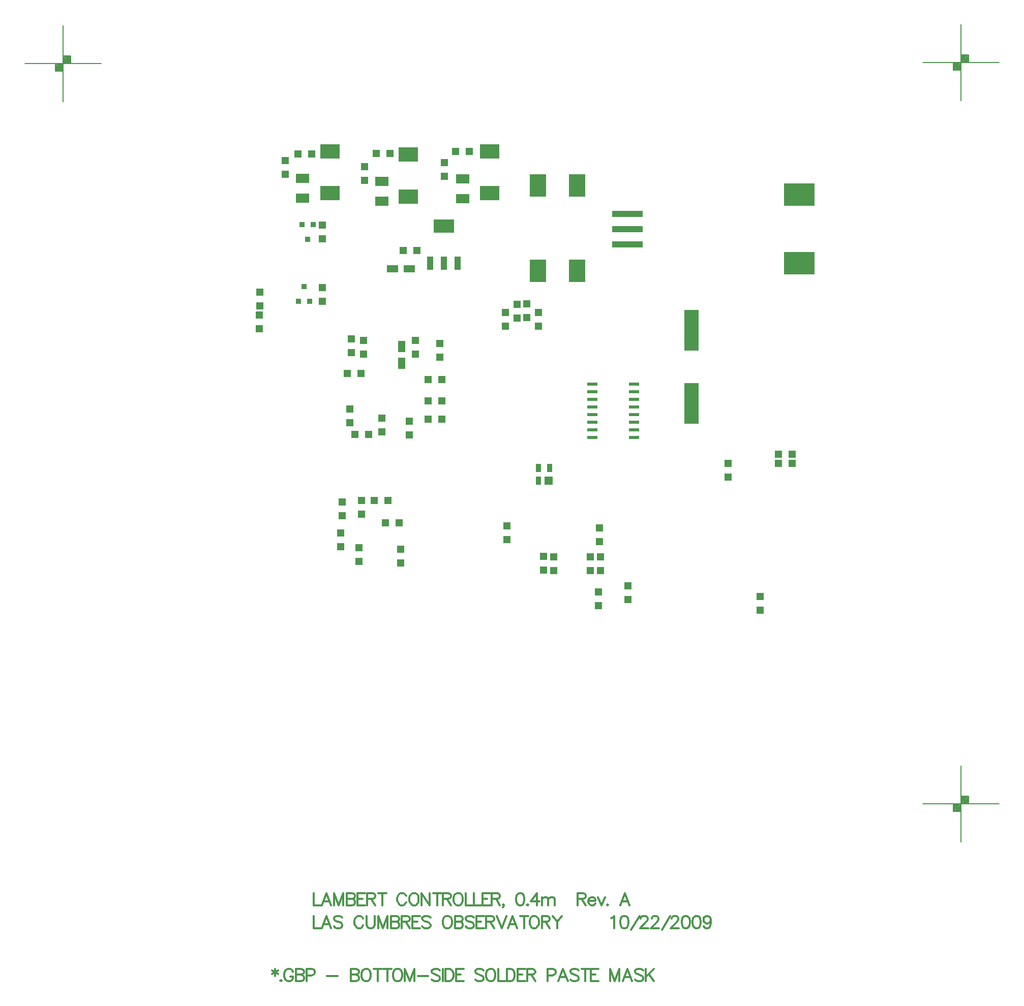
<source format=gbp>
%FSLAX23Y23*%
%MOIN*%
G70*
G01*
G75*
G04 Layer_Color=128*
%ADD10R,0.050X0.050*%
%ADD11R,0.035X0.053*%
%ADD12R,0.053X0.053*%
%ADD13R,0.050X0.050*%
%ADD14R,0.070X0.135*%
%ADD15O,0.087X0.024*%
%ADD16R,0.135X0.070*%
%ADD17R,0.030X0.125*%
%ADD18R,0.078X0.048*%
%ADD19R,0.067X0.040*%
%ADD20R,0.037X0.035*%
%ADD21R,0.037X0.035*%
%ADD22R,0.065X0.012*%
%ADD23R,0.065X0.024*%
%ADD24R,0.075X0.063*%
%ADD25R,0.063X0.106*%
%ADD26R,0.150X0.110*%
%ADD27O,0.028X0.018*%
%ADD28R,0.067X0.067*%
%ADD29R,0.125X0.170*%
%ADD30R,0.110X0.030*%
%ADD31R,0.067X0.014*%
%ADD32O,0.083X0.012*%
%ADD33O,0.012X0.083*%
%ADD34R,0.138X0.085*%
%ADD35R,0.043X0.085*%
%ADD36R,0.043X0.085*%
%ADD37R,0.047X0.055*%
%ADD38O,0.012X0.071*%
%ADD39O,0.071X0.012*%
%ADD40R,0.075X0.059*%
%ADD41R,0.017X0.017*%
%ADD42R,0.134X0.134*%
%ADD43O,0.010X0.035*%
%ADD44O,0.035X0.010*%
%ADD45C,0.005*%
%ADD46C,0.010*%
%ADD47C,0.040*%
%ADD48C,0.020*%
%ADD49C,0.012*%
%ADD50C,0.008*%
%ADD51C,0.012*%
%ADD52C,0.012*%
%ADD53C,0.120*%
%ADD54C,0.060*%
%ADD55C,0.079*%
%ADD56C,0.087*%
%ADD57C,0.020*%
%ADD58C,0.059*%
%ADD59R,0.059X0.059*%
%ADD60C,0.080*%
%ADD61R,0.080X0.080*%
%ADD62C,0.157*%
%ADD63C,0.047*%
%ADD64R,0.087X0.087*%
%ADD65C,0.250*%
%ADD66R,0.062X0.062*%
%ADD67C,0.062*%
%ADD68C,0.030*%
%ADD69C,0.024*%
%ADD70C,0.028*%
%ADD71C,0.090*%
%ADD72C,0.050*%
%ADD73C,0.130*%
%ADD74C,0.103*%
%ADD75C,0.071*%
%ADD76C,0.030*%
%ADD77C,0.055*%
G04:AMPARAMS|DCode=78|XSize=100mil|YSize=100mil|CornerRadius=0mil|HoleSize=0mil|Usage=FLASHONLY|Rotation=0.000|XOffset=0mil|YOffset=0mil|HoleType=Round|Shape=Relief|Width=10mil|Gap=10mil|Entries=4|*
%AMTHD78*
7,0,0,0.100,0.080,0.010,45*
%
%ADD78THD78*%
%ADD79C,0.111*%
%ADD80C,0.056*%
%ADD81C,0.147*%
%ADD82C,0.044*%
%ADD83C,0.059*%
%ADD84C,0.048*%
%ADD85C,0.067*%
%ADD86C,0.140*%
%ADD87C,0.055*%
%ADD88C,0.036*%
G04:AMPARAMS|DCode=89|XSize=70mil|YSize=70mil|CornerRadius=0mil|HoleSize=0mil|Usage=FLASHONLY|Rotation=0.000|XOffset=0mil|YOffset=0mil|HoleType=Round|Shape=Relief|Width=10mil|Gap=10mil|Entries=4|*
%AMTHD89*
7,0,0,0.070,0.050,0.010,45*
%
%ADD89THD89*%
%ADD90C,0.033*%
G04:AMPARAMS|DCode=91|XSize=90mil|YSize=90mil|CornerRadius=0mil|HoleSize=0mil|Usage=FLASHONLY|Rotation=0.000|XOffset=0mil|YOffset=0mil|HoleType=Round|Shape=Relief|Width=10mil|Gap=10mil|Entries=4|*
%AMTHD91*
7,0,0,0.090,0.070,0.010,45*
%
%ADD91THD91*%
G04:AMPARAMS|DCode=92|XSize=111.181mil|YSize=111.181mil|CornerRadius=0mil|HoleSize=0mil|Usage=FLASHONLY|Rotation=0.000|XOffset=0mil|YOffset=0mil|HoleType=Round|Shape=Relief|Width=10mil|Gap=10mil|Entries=4|*
%AMTHD92*
7,0,0,0.111,0.091,0.010,45*
%
%ADD92THD92*%
G04:AMPARAMS|DCode=93|XSize=95.433mil|YSize=95.433mil|CornerRadius=0mil|HoleSize=0mil|Usage=FLASHONLY|Rotation=0.000|XOffset=0mil|YOffset=0mil|HoleType=Round|Shape=Relief|Width=10mil|Gap=10mil|Entries=4|*
%AMTHD93*
7,0,0,0.095,0.075,0.010,45*
%
%ADD93THD93*%
G04:AMPARAMS|DCode=94|XSize=150.551mil|YSize=150.551mil|CornerRadius=0mil|HoleSize=0mil|Usage=FLASHONLY|Rotation=0.000|XOffset=0mil|YOffset=0mil|HoleType=Round|Shape=Relief|Width=10mil|Gap=10mil|Entries=4|*
%AMTHD94*
7,0,0,0.151,0.131,0.010,45*
%
%ADD94THD94*%
G04:AMPARAMS|DCode=95|XSize=96.221mil|YSize=96.221mil|CornerRadius=0mil|HoleSize=0mil|Usage=FLASHONLY|Rotation=0.000|XOffset=0mil|YOffset=0mil|HoleType=Round|Shape=Relief|Width=10mil|Gap=10mil|Entries=4|*
%AMTHD95*
7,0,0,0.096,0.076,0.010,45*
%
%ADD95THD95*%
G04:AMPARAMS|DCode=96|XSize=107.244mil|YSize=107.244mil|CornerRadius=0mil|HoleSize=0mil|Usage=FLASHONLY|Rotation=0.000|XOffset=0mil|YOffset=0mil|HoleType=Round|Shape=Relief|Width=10mil|Gap=10mil|Entries=4|*
%AMTHD96*
7,0,0,0.107,0.087,0.010,45*
%
%ADD96THD96*%
G04:AMPARAMS|DCode=97|XSize=180mil|YSize=180mil|CornerRadius=0mil|HoleSize=0mil|Usage=FLASHONLY|Rotation=0.000|XOffset=0mil|YOffset=0mil|HoleType=Round|Shape=Relief|Width=10mil|Gap=10mil|Entries=4|*
%AMTHD97*
7,0,0,0.180,0.160,0.010,45*
%
%ADD97THD97*%
G04:AMPARAMS|DCode=98|XSize=95mil|YSize=95mil|CornerRadius=0mil|HoleSize=0mil|Usage=FLASHONLY|Rotation=0.000|XOffset=0mil|YOffset=0mil|HoleType=Round|Shape=Relief|Width=10mil|Gap=10mil|Entries=4|*
%AMTHD98*
7,0,0,0.095,0.075,0.010,45*
%
%ADD98THD98*%
G04:AMPARAMS|DCode=99|XSize=75.748mil|YSize=75.748mil|CornerRadius=0mil|HoleSize=0mil|Usage=FLASHONLY|Rotation=0.000|XOffset=0mil|YOffset=0mil|HoleType=Round|Shape=Relief|Width=10mil|Gap=10mil|Entries=4|*
%AMTHD99*
7,0,0,0.076,0.056,0.010,45*
%
%ADD99THD99*%
G04:AMPARAMS|DCode=100|XSize=73mil|YSize=73mil|CornerRadius=0mil|HoleSize=0mil|Usage=FLASHONLY|Rotation=0.000|XOffset=0mil|YOffset=0mil|HoleType=Round|Shape=Relief|Width=10mil|Gap=10mil|Entries=4|*
%AMTHD100*
7,0,0,0.073,0.053,0.010,45*
%
%ADD100THD100*%
%ADD101R,0.048X0.078*%
%ADD102R,0.200X0.040*%
%ADD103R,0.200X0.150*%
%ADD104R,0.106X0.150*%
%ADD105R,0.086X0.060*%
%ADD106R,0.130X0.094*%
%ADD107R,0.098X0.268*%
%ADD108R,0.035X0.037*%
%ADD109R,0.035X0.037*%
%ADD110C,0.010*%
%ADD111C,0.010*%
%ADD112C,0.007*%
%ADD113C,0.008*%
%ADD114C,0.024*%
%ADD115C,0.012*%
%ADD116C,0.012*%
%ADD117R,0.280X0.130*%
%ADD118R,0.054X0.054*%
%ADD119R,0.039X0.057*%
%ADD120R,0.057X0.057*%
%ADD121R,0.054X0.054*%
%ADD122R,0.074X0.139*%
%ADD123O,0.091X0.028*%
%ADD124R,0.139X0.074*%
%ADD125R,0.034X0.129*%
%ADD126R,0.082X0.052*%
%ADD127R,0.071X0.044*%
%ADD128R,0.041X0.039*%
%ADD129R,0.041X0.039*%
%ADD130R,0.069X0.016*%
%ADD131R,0.069X0.028*%
%ADD132R,0.079X0.067*%
%ADD133R,0.067X0.110*%
%ADD134R,0.154X0.114*%
%ADD135O,0.032X0.022*%
%ADD136R,0.071X0.071*%
%ADD137R,0.129X0.174*%
%ADD138R,0.114X0.034*%
%ADD139R,0.071X0.018*%
%ADD140O,0.087X0.016*%
%ADD141O,0.016X0.087*%
%ADD142R,0.142X0.089*%
%ADD143R,0.047X0.089*%
%ADD144R,0.047X0.089*%
%ADD145R,0.051X0.059*%
%ADD146O,0.016X0.075*%
%ADD147O,0.075X0.016*%
%ADD148R,0.079X0.063*%
%ADD149R,0.021X0.021*%
%ADD150R,0.138X0.138*%
%ADD151O,0.014X0.039*%
%ADD152O,0.039X0.014*%
%ADD153C,0.124*%
%ADD154C,0.064*%
%ADD155C,0.083*%
%ADD156C,0.091*%
%ADD157C,0.063*%
%ADD158R,0.063X0.063*%
%ADD159C,0.084*%
%ADD160R,0.084X0.084*%
%ADD161C,0.161*%
%ADD162R,0.004X0.004*%
%ADD163C,0.004*%
%ADD164C,0.051*%
%ADD165R,0.091X0.091*%
%ADD166C,0.254*%
%ADD167R,0.066X0.066*%
%ADD168C,0.066*%
%ADD169C,0.034*%
%ADD170C,0.032*%
%ADD171R,0.052X0.082*%
%ADD172R,0.204X0.044*%
%ADD173R,0.204X0.154*%
%ADD174R,0.110X0.154*%
%ADD175R,0.090X0.064*%
%ADD176R,0.134X0.098*%
%ADD177R,0.102X0.272*%
%ADD178R,0.039X0.041*%
%ADD179R,0.039X0.041*%
D10*
X19852Y10757D02*
D03*
Y10667D02*
D03*
X19739Y10968D02*
D03*
Y11058D02*
D03*
X20123Y10748D02*
D03*
Y10658D02*
D03*
X19729Y10853D02*
D03*
Y10763D02*
D03*
X19867Y10977D02*
D03*
Y11067D02*
D03*
X19368Y13205D02*
D03*
Y13295D02*
D03*
X20179Y11585D02*
D03*
Y11495D02*
D03*
X19789Y11665D02*
D03*
Y11575D02*
D03*
X19999Y11605D02*
D03*
Y11515D02*
D03*
X20379Y12005D02*
D03*
Y12095D02*
D03*
X20219Y12025D02*
D03*
Y12115D02*
D03*
X19879Y12025D02*
D03*
Y12115D02*
D03*
X19799Y12125D02*
D03*
Y12035D02*
D03*
X19888Y13257D02*
D03*
Y13167D02*
D03*
X20409Y13282D02*
D03*
Y13192D02*
D03*
X19199Y12433D02*
D03*
Y12343D02*
D03*
X19198Y12194D02*
D03*
Y12284D02*
D03*
X21028Y12300D02*
D03*
Y12210D02*
D03*
X20951Y12265D02*
D03*
Y12355D02*
D03*
X20886Y12263D02*
D03*
Y12353D02*
D03*
X19609Y12782D02*
D03*
Y12872D02*
D03*
X19611Y12464D02*
D03*
Y12374D02*
D03*
X20810Y12300D02*
D03*
Y12210D02*
D03*
X22271Y11310D02*
D03*
Y11220D02*
D03*
X21368Y10608D02*
D03*
Y10698D02*
D03*
X21433Y10608D02*
D03*
Y10698D02*
D03*
X21613Y10417D02*
D03*
Y10507D02*
D03*
X21127Y10608D02*
D03*
Y10698D02*
D03*
X21060Y10609D02*
D03*
Y10699D02*
D03*
X22479Y10436D02*
D03*
Y10346D02*
D03*
X21428Y10888D02*
D03*
Y10798D02*
D03*
X20820Y10901D02*
D03*
Y10811D02*
D03*
X21422Y10465D02*
D03*
Y10375D02*
D03*
D11*
X21028Y11195D02*
D03*
Y11281D02*
D03*
X21102D02*
D03*
D12*
X21095Y11195D02*
D03*
D13*
X20025Y10920D02*
D03*
X20115D02*
D03*
X19952Y11067D02*
D03*
X20042D02*
D03*
X20304Y11860D02*
D03*
X20394D02*
D03*
X20304Y11720D02*
D03*
X20394D02*
D03*
X20304Y11600D02*
D03*
X20394D02*
D03*
X19914Y11500D02*
D03*
X19824D02*
D03*
X19864Y11900D02*
D03*
X19774D02*
D03*
X20231Y12705D02*
D03*
X20141D02*
D03*
X20484Y13355D02*
D03*
X20574D02*
D03*
X19451Y13340D02*
D03*
X19541D02*
D03*
X19963Y13344D02*
D03*
X20053D02*
D03*
X22690Y11370D02*
D03*
X22600D02*
D03*
X22690Y11309D02*
D03*
X22600D02*
D03*
D18*
X20071Y12585D02*
D03*
X20181D02*
D03*
D23*
X21653Y11829D02*
D03*
Y11779D02*
D03*
Y11729D02*
D03*
Y11679D02*
D03*
Y11629D02*
D03*
Y11579D02*
D03*
Y11529D02*
D03*
Y11479D02*
D03*
X21380Y11829D02*
D03*
Y11779D02*
D03*
Y11729D02*
D03*
Y11679D02*
D03*
Y11629D02*
D03*
Y11579D02*
D03*
Y11529D02*
D03*
Y11479D02*
D03*
D34*
X20406Y12867D02*
D03*
D35*
X20316Y12623D02*
D03*
X20497D02*
D03*
D36*
X20406D02*
D03*
D50*
X17886Y13902D02*
Y13912D01*
X17881Y13902D02*
X17891D01*
Y13912D01*
X17881D02*
X17891D01*
X17881Y13902D02*
Y13912D01*
Y13897D02*
X17896D01*
Y13917D01*
X17876D02*
X17896D01*
X17876Y13897D02*
Y13917D01*
Y13892D02*
X17901D01*
Y13922D01*
X17871D02*
X17901D01*
X17871Y13892D02*
Y13922D01*
X17866Y13887D02*
X17906D01*
Y13927D01*
X17866D02*
X17906D01*
X17866Y13887D02*
Y13927D01*
X17936Y13952D02*
Y13962D01*
X17931Y13952D02*
X17941D01*
Y13962D01*
X17931D02*
X17941D01*
X17931Y13952D02*
Y13962D01*
Y13947D02*
X17946D01*
Y13967D01*
X17926D02*
X17946D01*
X17926Y13947D02*
Y13967D01*
Y13942D02*
X17951D01*
Y13972D01*
X17921D02*
X17951D01*
X17921Y13942D02*
Y13972D01*
X17916Y13937D02*
X17956D01*
Y13977D01*
X17916D02*
X17956D01*
X17916Y13937D02*
Y13977D01*
X17961Y13932D02*
Y13982D01*
X17911D02*
X17961D01*
X17861Y13882D02*
Y13932D01*
Y13882D02*
X17911D01*
X17661Y13932D02*
X18161D01*
X17911Y13682D02*
Y14182D01*
X23773Y13910D02*
Y13920D01*
X23768Y13910D02*
X23778D01*
Y13920D01*
X23768D02*
X23778D01*
X23768Y13910D02*
Y13920D01*
Y13905D02*
X23783D01*
Y13925D01*
X23763D02*
X23783D01*
X23763Y13905D02*
Y13925D01*
Y13900D02*
X23788D01*
Y13930D01*
X23758D02*
X23788D01*
X23758Y13900D02*
Y13930D01*
X23753Y13895D02*
X23793D01*
Y13935D01*
X23753D02*
X23793D01*
X23753Y13895D02*
Y13935D01*
X23823Y13960D02*
Y13970D01*
X23818Y13960D02*
X23828D01*
Y13970D01*
X23818D02*
X23828D01*
X23818Y13960D02*
Y13970D01*
Y13955D02*
X23833D01*
Y13975D01*
X23813D02*
X23833D01*
X23813Y13955D02*
Y13975D01*
Y13950D02*
X23838D01*
Y13980D01*
X23808D02*
X23838D01*
X23808Y13950D02*
Y13980D01*
X23803Y13945D02*
X23843D01*
Y13985D01*
X23803D02*
X23843D01*
X23803Y13945D02*
Y13985D01*
X23848Y13940D02*
Y13990D01*
X23798D02*
X23848D01*
X23748Y13890D02*
Y13940D01*
Y13890D02*
X23798D01*
X23548Y13940D02*
X24048D01*
X23798Y13690D02*
Y14190D01*
X23773Y9047D02*
Y9057D01*
X23768Y9047D02*
X23778D01*
Y9057D01*
X23768D02*
X23778D01*
X23768Y9047D02*
Y9057D01*
Y9042D02*
X23783D01*
Y9062D01*
X23763D02*
X23783D01*
X23763Y9042D02*
Y9062D01*
Y9037D02*
X23788D01*
Y9067D01*
X23758D02*
X23788D01*
X23758Y9037D02*
Y9067D01*
X23753Y9032D02*
X23793D01*
Y9072D01*
X23753D02*
X23793D01*
X23753Y9032D02*
Y9072D01*
X23823Y9097D02*
Y9107D01*
X23818Y9097D02*
X23828D01*
Y9107D01*
X23818D02*
X23828D01*
X23818Y9097D02*
Y9107D01*
Y9092D02*
X23833D01*
Y9112D01*
X23813D02*
X23833D01*
X23813Y9092D02*
Y9112D01*
Y9087D02*
X23838D01*
Y9117D01*
X23808D02*
X23838D01*
X23808Y9087D02*
Y9117D01*
X23803Y9082D02*
X23843D01*
Y9122D01*
X23803D02*
X23843D01*
X23803Y9082D02*
Y9122D01*
X23848Y9077D02*
Y9127D01*
X23798D02*
X23848D01*
X23748Y9027D02*
Y9077D01*
Y9027D02*
X23798D01*
X23548Y9077D02*
X24048D01*
X23798Y8827D02*
Y9327D01*
D51*
X19553Y8341D02*
Y8261D01*
X19599D01*
X19668D02*
X19638Y8341D01*
X19607Y8261D01*
X19619Y8287D02*
X19657D01*
X19740Y8329D02*
X19733Y8337D01*
X19721Y8341D01*
X19706D01*
X19695Y8337D01*
X19687Y8329D01*
Y8322D01*
X19691Y8314D01*
X19695Y8310D01*
X19702Y8306D01*
X19725Y8299D01*
X19733Y8295D01*
X19737Y8291D01*
X19740Y8283D01*
Y8272D01*
X19733Y8264D01*
X19721Y8261D01*
X19706D01*
X19695Y8264D01*
X19687Y8272D01*
X19878Y8322D02*
X19874Y8329D01*
X19867Y8337D01*
X19859Y8341D01*
X19844D01*
X19836Y8337D01*
X19829Y8329D01*
X19825Y8322D01*
X19821Y8310D01*
Y8291D01*
X19825Y8280D01*
X19829Y8272D01*
X19836Y8264D01*
X19844Y8261D01*
X19859D01*
X19867Y8264D01*
X19874Y8272D01*
X19878Y8280D01*
X19901Y8341D02*
Y8283D01*
X19905Y8272D01*
X19912Y8264D01*
X19924Y8261D01*
X19931D01*
X19943Y8264D01*
X19950Y8272D01*
X19954Y8283D01*
Y8341D01*
X19976D02*
Y8261D01*
Y8341D02*
X20007Y8261D01*
X20037Y8341D02*
X20007Y8261D01*
X20037Y8341D02*
Y8261D01*
X20060Y8341D02*
Y8261D01*
Y8341D02*
X20094D01*
X20106Y8337D01*
X20109Y8333D01*
X20113Y8325D01*
Y8318D01*
X20109Y8310D01*
X20106Y8306D01*
X20094Y8302D01*
X20060D02*
X20094D01*
X20106Y8299D01*
X20109Y8295D01*
X20113Y8287D01*
Y8276D01*
X20109Y8268D01*
X20106Y8264D01*
X20094Y8261D01*
X20060D01*
X20131Y8341D02*
Y8261D01*
Y8341D02*
X20165D01*
X20177Y8337D01*
X20181Y8333D01*
X20185Y8325D01*
Y8318D01*
X20181Y8310D01*
X20177Y8306D01*
X20165Y8302D01*
X20131D01*
X20158D02*
X20185Y8261D01*
X20252Y8341D02*
X20202D01*
Y8261D01*
X20252D01*
X20202Y8302D02*
X20233D01*
X20319Y8329D02*
X20311Y8337D01*
X20300Y8341D01*
X20284D01*
X20273Y8337D01*
X20265Y8329D01*
Y8322D01*
X20269Y8314D01*
X20273Y8310D01*
X20280Y8306D01*
X20303Y8299D01*
X20311Y8295D01*
X20315Y8291D01*
X20319Y8283D01*
Y8272D01*
X20311Y8264D01*
X20300Y8261D01*
X20284D01*
X20273Y8264D01*
X20265Y8272D01*
X20422Y8341D02*
X20415Y8337D01*
X20407Y8329D01*
X20403Y8322D01*
X20399Y8310D01*
Y8291D01*
X20403Y8280D01*
X20407Y8272D01*
X20415Y8264D01*
X20422Y8261D01*
X20437D01*
X20445Y8264D01*
X20453Y8272D01*
X20456Y8280D01*
X20460Y8291D01*
Y8310D01*
X20456Y8322D01*
X20453Y8329D01*
X20445Y8337D01*
X20437Y8341D01*
X20422D01*
X20479D02*
Y8261D01*
Y8341D02*
X20513D01*
X20525Y8337D01*
X20528Y8333D01*
X20532Y8325D01*
Y8318D01*
X20528Y8310D01*
X20525Y8306D01*
X20513Y8302D01*
X20479D02*
X20513D01*
X20525Y8299D01*
X20528Y8295D01*
X20532Y8287D01*
Y8276D01*
X20528Y8268D01*
X20525Y8264D01*
X20513Y8261D01*
X20479D01*
X20603Y8329D02*
X20596Y8337D01*
X20584Y8341D01*
X20569D01*
X20558Y8337D01*
X20550Y8329D01*
Y8322D01*
X20554Y8314D01*
X20558Y8310D01*
X20565Y8306D01*
X20588Y8299D01*
X20596Y8295D01*
X20600Y8291D01*
X20603Y8283D01*
Y8272D01*
X20596Y8264D01*
X20584Y8261D01*
X20569D01*
X20558Y8264D01*
X20550Y8272D01*
X20671Y8341D02*
X20621D01*
Y8261D01*
X20671D01*
X20621Y8302D02*
X20652D01*
X20684Y8341D02*
Y8261D01*
Y8341D02*
X20718D01*
X20730Y8337D01*
X20734Y8333D01*
X20738Y8325D01*
Y8318D01*
X20734Y8310D01*
X20730Y8306D01*
X20718Y8302D01*
X20684D01*
X20711D02*
X20738Y8261D01*
X20755Y8341D02*
X20786Y8261D01*
X20816Y8341D02*
X20786Y8261D01*
X20888D02*
X20857Y8341D01*
X20827Y8261D01*
X20838Y8287D02*
X20876D01*
X20933Y8341D02*
Y8261D01*
X20906Y8341D02*
X20960D01*
X20992D02*
X20984Y8337D01*
X20977Y8329D01*
X20973Y8322D01*
X20969Y8310D01*
Y8291D01*
X20973Y8280D01*
X20977Y8272D01*
X20984Y8264D01*
X20992Y8261D01*
X21007D01*
X21015Y8264D01*
X21022Y8272D01*
X21026Y8280D01*
X21030Y8291D01*
Y8310D01*
X21026Y8322D01*
X21022Y8329D01*
X21015Y8337D01*
X21007Y8341D01*
X20992D01*
X21049D02*
Y8261D01*
Y8341D02*
X21083D01*
X21094Y8337D01*
X21098Y8333D01*
X21102Y8325D01*
Y8318D01*
X21098Y8310D01*
X21094Y8306D01*
X21083Y8302D01*
X21049D01*
X21075D02*
X21102Y8261D01*
X21120Y8341D02*
X21150Y8302D01*
Y8261D01*
X21181Y8341D02*
X21150Y8302D01*
X21505Y8325D02*
X21513Y8329D01*
X21524Y8341D01*
Y8261D01*
X21587Y8341D02*
X21575Y8337D01*
X21568Y8325D01*
X21564Y8306D01*
Y8295D01*
X21568Y8276D01*
X21575Y8264D01*
X21587Y8261D01*
X21594D01*
X21606Y8264D01*
X21614Y8276D01*
X21617Y8295D01*
Y8306D01*
X21614Y8325D01*
X21606Y8337D01*
X21594Y8341D01*
X21587D01*
X21635Y8249D02*
X21689Y8341D01*
X21698Y8322D02*
Y8325D01*
X21702Y8333D01*
X21705Y8337D01*
X21713Y8341D01*
X21728D01*
X21736Y8337D01*
X21740Y8333D01*
X21743Y8325D01*
Y8318D01*
X21740Y8310D01*
X21732Y8299D01*
X21694Y8261D01*
X21747D01*
X21769Y8322D02*
Y8325D01*
X21773Y8333D01*
X21777Y8337D01*
X21784Y8341D01*
X21799D01*
X21807Y8337D01*
X21811Y8333D01*
X21815Y8325D01*
Y8318D01*
X21811Y8310D01*
X21803Y8299D01*
X21765Y8261D01*
X21818D01*
X21836Y8249D02*
X21890Y8341D01*
X21899Y8322D02*
Y8325D01*
X21903Y8333D01*
X21906Y8337D01*
X21914Y8341D01*
X21929D01*
X21937Y8337D01*
X21941Y8333D01*
X21945Y8325D01*
Y8318D01*
X21941Y8310D01*
X21933Y8299D01*
X21895Y8261D01*
X21948D01*
X21989Y8341D02*
X21978Y8337D01*
X21970Y8325D01*
X21966Y8306D01*
Y8295D01*
X21970Y8276D01*
X21978Y8264D01*
X21989Y8261D01*
X21997D01*
X22008Y8264D01*
X22016Y8276D01*
X22020Y8295D01*
Y8306D01*
X22016Y8325D01*
X22008Y8337D01*
X21997Y8341D01*
X21989D01*
X22060D02*
X22049Y8337D01*
X22041Y8325D01*
X22037Y8306D01*
Y8295D01*
X22041Y8276D01*
X22049Y8264D01*
X22060Y8261D01*
X22068D01*
X22079Y8264D01*
X22087Y8276D01*
X22091Y8295D01*
Y8306D01*
X22087Y8325D01*
X22079Y8337D01*
X22068Y8341D01*
X22060D01*
X22158Y8314D02*
X22154Y8302D01*
X22147Y8295D01*
X22135Y8291D01*
X22132D01*
X22120Y8295D01*
X22112Y8302D01*
X22109Y8314D01*
Y8318D01*
X22112Y8329D01*
X22120Y8337D01*
X22132Y8341D01*
X22135D01*
X22147Y8337D01*
X22154Y8329D01*
X22158Y8314D01*
Y8295D01*
X22154Y8276D01*
X22147Y8264D01*
X22135Y8261D01*
X22128D01*
X22116Y8264D01*
X22112Y8272D01*
D52*
X19300Y7993D02*
Y7947D01*
X19281Y7982D02*
X19319Y7959D01*
Y7982D02*
X19281Y7959D01*
X19339Y7921D02*
X19335Y7917D01*
X19339Y7913D01*
X19343Y7917D01*
X19339Y7921D01*
X19418Y7974D02*
X19414Y7982D01*
X19406Y7989D01*
X19399Y7993D01*
X19383D01*
X19376Y7989D01*
X19368Y7982D01*
X19364Y7974D01*
X19361Y7962D01*
Y7943D01*
X19364Y7932D01*
X19368Y7924D01*
X19376Y7917D01*
X19383Y7913D01*
X19399D01*
X19406Y7917D01*
X19414Y7924D01*
X19418Y7932D01*
Y7943D01*
X19399D02*
X19418D01*
X19436Y7993D02*
Y7913D01*
Y7993D02*
X19470D01*
X19482Y7989D01*
X19486Y7985D01*
X19489Y7978D01*
Y7970D01*
X19486Y7962D01*
X19482Y7959D01*
X19470Y7955D01*
X19436D02*
X19470D01*
X19482Y7951D01*
X19486Y7947D01*
X19489Y7940D01*
Y7928D01*
X19486Y7921D01*
X19482Y7917D01*
X19470Y7913D01*
X19436D01*
X19507Y7951D02*
X19542D01*
X19553Y7955D01*
X19557Y7959D01*
X19561Y7966D01*
Y7978D01*
X19557Y7985D01*
X19553Y7989D01*
X19542Y7993D01*
X19507D01*
Y7913D01*
X19641Y7947D02*
X19710D01*
X19796Y7993D02*
Y7913D01*
Y7993D02*
X19831D01*
X19842Y7989D01*
X19846Y7985D01*
X19850Y7978D01*
Y7970D01*
X19846Y7962D01*
X19842Y7959D01*
X19831Y7955D01*
X19796D02*
X19831D01*
X19842Y7951D01*
X19846Y7947D01*
X19850Y7940D01*
Y7928D01*
X19846Y7921D01*
X19842Y7917D01*
X19831Y7913D01*
X19796D01*
X19890Y7993D02*
X19883Y7989D01*
X19875Y7982D01*
X19871Y7974D01*
X19868Y7962D01*
Y7943D01*
X19871Y7932D01*
X19875Y7924D01*
X19883Y7917D01*
X19890Y7913D01*
X19906D01*
X19913Y7917D01*
X19921Y7924D01*
X19925Y7932D01*
X19928Y7943D01*
Y7962D01*
X19925Y7974D01*
X19921Y7982D01*
X19913Y7989D01*
X19906Y7993D01*
X19890D01*
X19974D02*
Y7913D01*
X19947Y7993D02*
X20000D01*
X20037D02*
Y7913D01*
X20010Y7993D02*
X20063D01*
X20096D02*
X20088Y7989D01*
X20080Y7982D01*
X20077Y7974D01*
X20073Y7962D01*
Y7943D01*
X20077Y7932D01*
X20080Y7924D01*
X20088Y7917D01*
X20096Y7913D01*
X20111D01*
X20119Y7917D01*
X20126Y7924D01*
X20130Y7932D01*
X20134Y7943D01*
Y7962D01*
X20130Y7974D01*
X20126Y7982D01*
X20119Y7989D01*
X20111Y7993D01*
X20096D01*
X20152D02*
Y7913D01*
Y7993D02*
X20183Y7913D01*
X20213Y7993D02*
X20183Y7913D01*
X20213Y7993D02*
Y7913D01*
X20236Y7947D02*
X20305D01*
X20382Y7982D02*
X20374Y7989D01*
X20363Y7993D01*
X20347D01*
X20336Y7989D01*
X20328Y7982D01*
Y7974D01*
X20332Y7966D01*
X20336Y7962D01*
X20344Y7959D01*
X20366Y7951D01*
X20374Y7947D01*
X20378Y7943D01*
X20382Y7936D01*
Y7924D01*
X20374Y7917D01*
X20363Y7913D01*
X20347D01*
X20336Y7917D01*
X20328Y7924D01*
X20400Y7993D02*
Y7913D01*
X20416Y7993D02*
Y7913D01*
Y7993D02*
X20443D01*
X20454Y7989D01*
X20462Y7982D01*
X20466Y7974D01*
X20470Y7962D01*
Y7943D01*
X20466Y7932D01*
X20462Y7924D01*
X20454Y7917D01*
X20443Y7913D01*
X20416D01*
X20537Y7993D02*
X20488D01*
Y7913D01*
X20537D01*
X20488Y7955D02*
X20518D01*
X20667Y7982D02*
X20659Y7989D01*
X20648Y7993D01*
X20632D01*
X20621Y7989D01*
X20613Y7982D01*
Y7974D01*
X20617Y7966D01*
X20621Y7962D01*
X20629Y7959D01*
X20651Y7951D01*
X20659Y7947D01*
X20663Y7943D01*
X20667Y7936D01*
Y7924D01*
X20659Y7917D01*
X20648Y7913D01*
X20632D01*
X20621Y7917D01*
X20613Y7924D01*
X20707Y7993D02*
X20700Y7989D01*
X20692Y7982D01*
X20688Y7974D01*
X20685Y7962D01*
Y7943D01*
X20688Y7932D01*
X20692Y7924D01*
X20700Y7917D01*
X20707Y7913D01*
X20723D01*
X20730Y7917D01*
X20738Y7924D01*
X20742Y7932D01*
X20745Y7943D01*
Y7962D01*
X20742Y7974D01*
X20738Y7982D01*
X20730Y7989D01*
X20723Y7993D01*
X20707D01*
X20764D02*
Y7913D01*
X20810D01*
X20819Y7993D02*
Y7913D01*
Y7993D02*
X20845D01*
X20857Y7989D01*
X20864Y7982D01*
X20868Y7974D01*
X20872Y7962D01*
Y7943D01*
X20868Y7932D01*
X20864Y7924D01*
X20857Y7917D01*
X20845Y7913D01*
X20819D01*
X20939Y7993D02*
X20890D01*
Y7913D01*
X20939D01*
X20890Y7955D02*
X20920D01*
X20953Y7993D02*
Y7913D01*
Y7993D02*
X20987D01*
X20998Y7989D01*
X21002Y7985D01*
X21006Y7978D01*
Y7970D01*
X21002Y7962D01*
X20998Y7959D01*
X20987Y7955D01*
X20953D01*
X20979D02*
X21006Y7913D01*
X21087Y7951D02*
X21121D01*
X21132Y7955D01*
X21136Y7959D01*
X21140Y7966D01*
Y7978D01*
X21136Y7985D01*
X21132Y7989D01*
X21121Y7993D01*
X21087D01*
Y7913D01*
X21219D02*
X21188Y7993D01*
X21158Y7913D01*
X21169Y7940D02*
X21207D01*
X21291Y7982D02*
X21283Y7989D01*
X21272Y7993D01*
X21257D01*
X21245Y7989D01*
X21238Y7982D01*
Y7974D01*
X21241Y7966D01*
X21245Y7962D01*
X21253Y7959D01*
X21276Y7951D01*
X21283Y7947D01*
X21287Y7943D01*
X21291Y7936D01*
Y7924D01*
X21283Y7917D01*
X21272Y7913D01*
X21257D01*
X21245Y7917D01*
X21238Y7924D01*
X21335Y7993D02*
Y7913D01*
X21309Y7993D02*
X21362D01*
X21421D02*
X21372D01*
Y7913D01*
X21421D01*
X21372Y7955D02*
X21402D01*
X21497Y7993D02*
Y7913D01*
Y7993D02*
X21528Y7913D01*
X21558Y7993D02*
X21528Y7913D01*
X21558Y7993D02*
Y7913D01*
X21642D02*
X21612Y7993D01*
X21581Y7913D01*
X21592Y7940D02*
X21631D01*
X21714Y7982D02*
X21706Y7989D01*
X21695Y7993D01*
X21680D01*
X21668Y7989D01*
X21661Y7982D01*
Y7974D01*
X21664Y7966D01*
X21668Y7962D01*
X21676Y7959D01*
X21699Y7951D01*
X21706Y7947D01*
X21710Y7943D01*
X21714Y7936D01*
Y7924D01*
X21706Y7917D01*
X21695Y7913D01*
X21680D01*
X21668Y7917D01*
X21661Y7924D01*
X21732Y7993D02*
Y7913D01*
X21785Y7993D02*
X21732Y7940D01*
X21751Y7959D02*
X21785Y7913D01*
X19553Y8491D02*
Y8411D01*
X19599D01*
X19668D02*
X19638Y8491D01*
X19607Y8411D01*
X19619Y8437D02*
X19657D01*
X19687Y8491D02*
Y8411D01*
Y8491D02*
X19718Y8411D01*
X19748Y8491D02*
X19718Y8411D01*
X19748Y8491D02*
Y8411D01*
X19771Y8491D02*
Y8411D01*
Y8491D02*
X19805D01*
X19817Y8487D01*
X19820Y8483D01*
X19824Y8475D01*
Y8468D01*
X19820Y8460D01*
X19817Y8456D01*
X19805Y8452D01*
X19771D02*
X19805D01*
X19817Y8449D01*
X19820Y8445D01*
X19824Y8437D01*
Y8426D01*
X19820Y8418D01*
X19817Y8414D01*
X19805Y8411D01*
X19771D01*
X19892Y8491D02*
X19842D01*
Y8411D01*
X19892D01*
X19842Y8452D02*
X19873D01*
X19905Y8491D02*
Y8411D01*
Y8491D02*
X19939D01*
X19951Y8487D01*
X19954Y8483D01*
X19958Y8475D01*
Y8468D01*
X19954Y8460D01*
X19951Y8456D01*
X19939Y8452D01*
X19905D01*
X19932D02*
X19958Y8411D01*
X20003Y8491D02*
Y8411D01*
X19976Y8491D02*
X20030D01*
X20159Y8472D02*
X20155Y8479D01*
X20148Y8487D01*
X20140Y8491D01*
X20125D01*
X20117Y8487D01*
X20109Y8479D01*
X20106Y8472D01*
X20102Y8460D01*
Y8441D01*
X20106Y8430D01*
X20109Y8422D01*
X20117Y8414D01*
X20125Y8411D01*
X20140D01*
X20148Y8414D01*
X20155Y8422D01*
X20159Y8430D01*
X20204Y8491D02*
X20197Y8487D01*
X20189Y8479D01*
X20185Y8472D01*
X20181Y8460D01*
Y8441D01*
X20185Y8430D01*
X20189Y8422D01*
X20197Y8414D01*
X20204Y8411D01*
X20220D01*
X20227Y8414D01*
X20235Y8422D01*
X20239Y8430D01*
X20242Y8441D01*
Y8460D01*
X20239Y8472D01*
X20235Y8479D01*
X20227Y8487D01*
X20220Y8491D01*
X20204D01*
X20261D02*
Y8411D01*
Y8491D02*
X20314Y8411D01*
Y8491D02*
Y8411D01*
X20363Y8491D02*
Y8411D01*
X20336Y8491D02*
X20390D01*
X20399D02*
Y8411D01*
Y8491D02*
X20434D01*
X20445Y8487D01*
X20449Y8483D01*
X20453Y8475D01*
Y8468D01*
X20449Y8460D01*
X20445Y8456D01*
X20434Y8452D01*
X20399D01*
X20426D02*
X20453Y8411D01*
X20493Y8491D02*
X20486Y8487D01*
X20478Y8479D01*
X20474Y8472D01*
X20471Y8460D01*
Y8441D01*
X20474Y8430D01*
X20478Y8422D01*
X20486Y8414D01*
X20493Y8411D01*
X20509D01*
X20516Y8414D01*
X20524Y8422D01*
X20528Y8430D01*
X20531Y8441D01*
Y8460D01*
X20528Y8472D01*
X20524Y8479D01*
X20516Y8487D01*
X20509Y8491D01*
X20493D01*
X20550D02*
Y8411D01*
X20596D01*
X20605Y8491D02*
Y8411D01*
X20650D01*
X20709Y8491D02*
X20659D01*
Y8411D01*
X20709D01*
X20659Y8452D02*
X20690D01*
X20722Y8491D02*
Y8411D01*
Y8491D02*
X20756D01*
X20768Y8487D01*
X20771Y8483D01*
X20775Y8475D01*
Y8468D01*
X20771Y8460D01*
X20768Y8456D01*
X20756Y8452D01*
X20722D01*
X20749D02*
X20775Y8411D01*
X20801Y8414D02*
X20797Y8411D01*
X20793Y8414D01*
X20797Y8418D01*
X20801Y8414D01*
Y8407D01*
X20797Y8399D01*
X20793Y8395D01*
X20904Y8491D02*
X20893Y8487D01*
X20885Y8475D01*
X20881Y8456D01*
Y8445D01*
X20885Y8426D01*
X20893Y8414D01*
X20904Y8411D01*
X20912D01*
X20923Y8414D01*
X20931Y8426D01*
X20934Y8445D01*
Y8456D01*
X20931Y8475D01*
X20923Y8487D01*
X20912Y8491D01*
X20904D01*
X20956Y8418D02*
X20952Y8414D01*
X20956Y8411D01*
X20960Y8414D01*
X20956Y8418D01*
X21016Y8491D02*
X20977Y8437D01*
X21035D01*
X21016Y8491D02*
Y8411D01*
X21049Y8464D02*
Y8411D01*
Y8449D02*
X21060Y8460D01*
X21068Y8464D01*
X21079D01*
X21087Y8460D01*
X21091Y8449D01*
Y8411D01*
Y8449D02*
X21102Y8460D01*
X21110Y8464D01*
X21121D01*
X21129Y8460D01*
X21133Y8449D01*
Y8411D01*
X21283Y8491D02*
Y8411D01*
Y8491D02*
X21318D01*
X21329Y8487D01*
X21333Y8483D01*
X21337Y8475D01*
Y8468D01*
X21333Y8460D01*
X21329Y8456D01*
X21318Y8452D01*
X21283D01*
X21310D02*
X21337Y8411D01*
X21355Y8441D02*
X21400D01*
Y8449D01*
X21396Y8456D01*
X21393Y8460D01*
X21385Y8464D01*
X21374D01*
X21366Y8460D01*
X21358Y8452D01*
X21355Y8441D01*
Y8433D01*
X21358Y8422D01*
X21366Y8414D01*
X21374Y8411D01*
X21385D01*
X21393Y8414D01*
X21400Y8422D01*
X21417Y8464D02*
X21440Y8411D01*
X21463Y8464D02*
X21440Y8411D01*
X21480Y8418D02*
X21476Y8414D01*
X21480Y8411D01*
X21484Y8414D01*
X21480Y8418D01*
X21625Y8411D02*
X21594Y8491D01*
X21564Y8411D01*
X21575Y8437D02*
X21614D01*
D101*
X20129Y11965D02*
D03*
Y12075D02*
D03*
D102*
X21611Y12947D02*
D03*
Y12847D02*
D03*
Y12747D02*
D03*
D103*
X22736Y12622D02*
D03*
Y13072D02*
D03*
D104*
X21279Y12574D02*
D03*
X21023D02*
D03*
Y13134D02*
D03*
X21279D02*
D03*
D105*
X19482Y13179D02*
D03*
Y13049D02*
D03*
X19999Y13031D02*
D03*
Y13161D02*
D03*
X20529Y13045D02*
D03*
Y13175D02*
D03*
D106*
X19660Y13084D02*
D03*
Y13358D02*
D03*
X20706Y13357D02*
D03*
Y13083D02*
D03*
X20175Y13335D02*
D03*
Y13061D02*
D03*
D107*
X22029Y11704D02*
D03*
Y12184D02*
D03*
D108*
X19476Y12877D02*
D03*
X19513Y12779D02*
D03*
X19528Y12372D02*
D03*
X19491Y12470D02*
D03*
D109*
X19550Y12877D02*
D03*
X19454Y12372D02*
D03*
M02*

</source>
